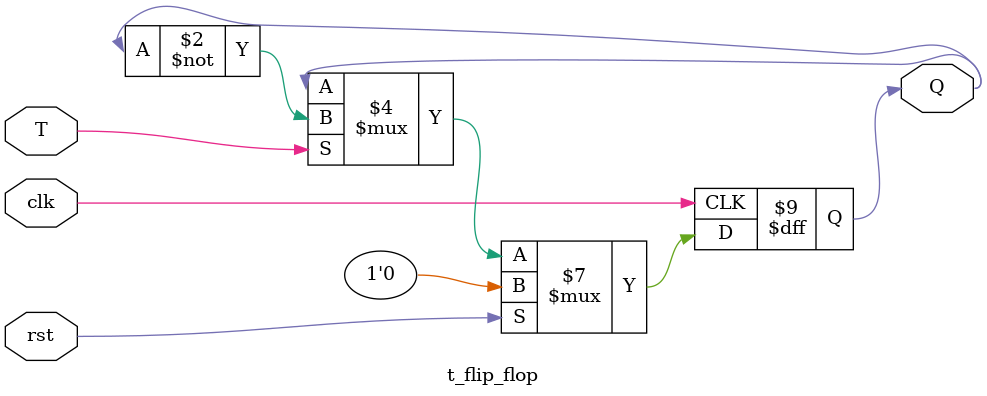
<source format=v>
module t_flip_flop (
    input wire clk,
    input wire rst,  // active-high synchronous reset
    input wire T,
    output reg Q
);

    always @(posedge clk) begin
        if (rst)
            Q <= 0;
        else if (T)
            Q <= ~Q;  // Toggle output
        else
            Q <= Q;   // Hold value
    end

endmodule
</source>
